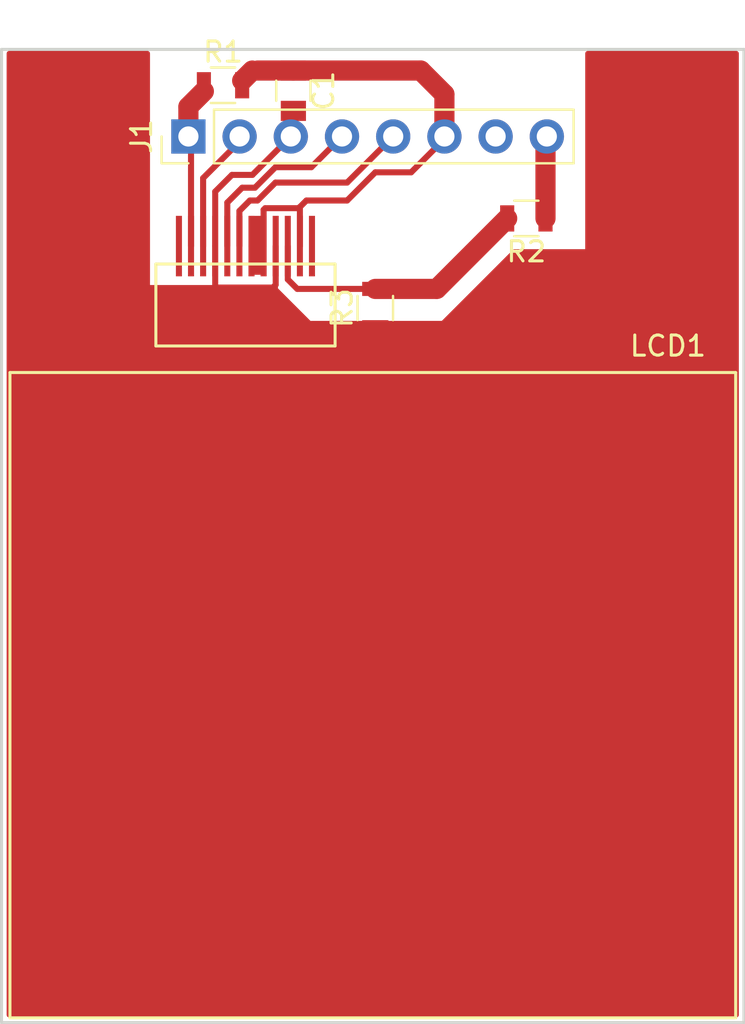
<source format=kicad_pcb>
(kicad_pcb (version 4) (host pcbnew 4.0.7)

  (general
    (links 17)
    (no_connects 0)
    (area 14.910999 12.624999 51.891001 61.035001)
    (thickness 1.6)
    (drawings 4)
    (tracks 63)
    (zones 0)
    (modules 6)
    (nets 12)
  )

  (page A4)
  (title_block
    (title "Nokia 1202 Breakout Board")
    (date 2017-12-23)
    (company GPLv3+)
    (comment 2 "White Fossa aka Artyom Vetrov")
  )

  (layers
    (0 F.Cu signal)
    (31 B.Cu signal)
    (32 B.Adhes user)
    (33 F.Adhes user)
    (34 B.Paste user)
    (35 F.Paste user)
    (36 B.SilkS user)
    (37 F.SilkS user)
    (38 B.Mask user)
    (39 F.Mask user)
    (40 Dwgs.User user)
    (41 Cmts.User user)
    (42 Eco1.User user)
    (43 Eco2.User user)
    (44 Edge.Cuts user)
    (45 Margin user)
    (46 B.CrtYd user)
    (47 F.CrtYd user)
    (48 B.Fab user)
    (49 F.Fab user)
  )

  (setup
    (last_trace_width 1)
    (user_trace_width 0.3)
    (user_trace_width 0.4)
    (user_trace_width 0.5)
    (user_trace_width 0.6)
    (user_trace_width 0.7)
    (user_trace_width 1)
    (user_trace_width 1.5)
    (user_trace_width 2)
    (trace_clearance 0.2)
    (zone_clearance 0)
    (zone_45_only yes)
    (trace_min 0.2)
    (segment_width 0.2)
    (edge_width 0.15)
    (via_size 0.6)
    (via_drill 0.4)
    (via_min_size 0.4)
    (via_min_drill 0.3)
    (uvia_size 0.3)
    (uvia_drill 0.1)
    (uvias_allowed no)
    (uvia_min_size 0.2)
    (uvia_min_drill 0.1)
    (pcb_text_width 0.3)
    (pcb_text_size 1.5 1.5)
    (mod_edge_width 0.15)
    (mod_text_size 1 1)
    (mod_text_width 0.15)
    (pad_size 1.524 1.524)
    (pad_drill 0.762)
    (pad_to_mask_clearance 0.2)
    (aux_axis_origin 0 0)
    (visible_elements FFFFFF7F)
    (pcbplotparams
      (layerselection 0x00030_80000001)
      (usegerberextensions false)
      (excludeedgelayer true)
      (linewidth 0.100000)
      (plotframeref false)
      (viasonmask false)
      (mode 1)
      (useauxorigin false)
      (hpglpennumber 1)
      (hpglpenspeed 20)
      (hpglpendiameter 15)
      (hpglpenoverlay 2)
      (psnegative false)
      (psa4output false)
      (plotreference true)
      (plotvalue true)
      (plotinvisibletext false)
      (padsonsilk false)
      (subtractmaskfromsilk false)
      (outputformat 1)
      (mirror false)
      (drillshape 1)
      (scaleselection 1)
      (outputdirectory ""))
  )

  (net 0 "")
  (net 1 "Net-(C1-Pad1)")
  (net 2 "Net-(C1-Pad2)")
  (net 3 "Net-(J1-Pad1)")
  (net 4 "Net-(J1-Pad2)")
  (net 5 "Net-(J1-Pad4)")
  (net 6 "Net-(J1-Pad5)")
  (net 7 "Net-(J1-Pad7)")
  (net 8 "Net-(LCD1-Pad1)")
  (net 9 "Net-(LCD1-Pad10)")
  (net 10 "Net-(LCD1-Pad12)")
  (net 11 "Net-(J1-Pad8)")

  (net_class Default "Это класс цепей по умолчанию."
    (clearance 0.2)
    (trace_width 0.25)
    (via_dia 0.6)
    (via_drill 0.4)
    (uvia_dia 0.3)
    (uvia_drill 0.1)
    (add_net "Net-(C1-Pad1)")
    (add_net "Net-(C1-Pad2)")
    (add_net "Net-(J1-Pad1)")
    (add_net "Net-(J1-Pad2)")
    (add_net "Net-(J1-Pad4)")
    (add_net "Net-(J1-Pad5)")
    (add_net "Net-(J1-Pad7)")
    (add_net "Net-(J1-Pad8)")
    (add_net "Net-(LCD1-Pad1)")
    (add_net "Net-(LCD1-Pad10)")
    (add_net "Net-(LCD1-Pad12)")
  )

  (module "fossa library:LCD-Nokia1202" (layer F.Cu) (tedit 5A3E9E2C) (tstamp 5A3EABE9)
    (at 15.4051 23.2156)
    (path /5A3EA4D9)
    (fp_text reference LCD1 (at 32.639 4.191) (layer F.SilkS)
      (effects (font (size 1 1) (thickness 0.15)))
    )
    (fp_text value LCD-Nokia1202 (at 18.923 22.479) (layer F.Fab)
      (effects (font (size 1 1) (thickness 0.15)))
    )
    (fp_line (start 0 5.508) (end 36 5.508) (layer F.SilkS) (width 0.15))
    (fp_line (start 36 5.508) (end 36 37.508) (layer F.SilkS) (width 0.15))
    (fp_line (start 36 37.508) (end 0 37.508) (layer F.SilkS) (width 0.15))
    (fp_line (start 0 37.508) (end 0 5.508) (layer F.SilkS) (width 0.15))
    (fp_line (start 7.238 0.127) (end 16.129 0.127) (layer F.SilkS) (width 0.15))
    (fp_line (start 16.129 0.127) (end 16.129 4.191) (layer F.SilkS) (width 0.15))
    (fp_line (start 16.129 4.191) (end 7.238 4.191) (layer F.SilkS) (width 0.15))
    (fp_line (start 7.238 4.191) (end 7.238 0.127) (layer F.SilkS) (width 0.15))
    (pad 1 smd rect (at 8.382 -0.762) (size 0.3 3) (layers F.Cu F.Paste F.Mask)
      (net 8 "Net-(LCD1-Pad1)"))
    (pad 2 smd rect (at 8.982 -0.762) (size 0.3 3) (layers F.Cu F.Paste F.Mask)
      (net 3 "Net-(J1-Pad1)"))
    (pad 3 smd rect (at 9.582 -0.762) (size 0.3 3) (layers F.Cu F.Paste F.Mask)
      (net 4 "Net-(J1-Pad2)"))
    (pad 4 smd rect (at 10.182 -0.762) (size 0.3 3) (layers F.Cu F.Paste F.Mask)
      (net 2 "Net-(C1-Pad2)"))
    (pad 5 smd rect (at 10.782 -0.762) (size 0.3 3) (layers F.Cu F.Paste F.Mask)
      (net 5 "Net-(J1-Pad4)"))
    (pad 6 smd rect (at 11.382 -0.762) (size 0.3 3) (layers F.Cu F.Paste F.Mask)
      (net 6 "Net-(J1-Pad5)"))
    (pad 7 smd rect (at 11.982 -0.762) (size 0.3 3) (layers F.Cu F.Paste F.Mask)
      (net 1 "Net-(C1-Pad1)"))
    (pad 8 smd rect (at 12.582 -0.762) (size 0.3 3) (layers F.Cu F.Paste F.Mask)
      (net 1 "Net-(C1-Pad1)"))
    (pad 9 smd rect (at 13.182 -0.762) (size 0.3 3) (layers F.Cu F.Paste F.Mask)
      (net 2 "Net-(C1-Pad2)"))
    (pad 10 smd rect (at 13.782 -0.762) (size 0.3 3) (layers F.Cu F.Paste F.Mask)
      (net 9 "Net-(LCD1-Pad10)"))
    (pad 11 smd rect (at 14.382 -0.762) (size 0.3 3) (layers F.Cu F.Paste F.Mask)
      (net 1 "Net-(C1-Pad1)"))
    (pad 12 smd rect (at 14.982 -0.762) (size 0.3 3) (layers F.Cu F.Paste F.Mask)
      (net 10 "Net-(LCD1-Pad12)"))
  )

  (module Capacitors_SMD:C_0805 (layer F.Cu) (tedit 58AA8463) (tstamp 5A3EABCD)
    (at 29.464 14.748 270)
    (descr "Capacitor SMD 0805, reflow soldering, AVX (see smccp.pdf)")
    (tags "capacitor 0805")
    (path /5A3EA9A4)
    (attr smd)
    (fp_text reference C1 (at 0 -1.5 270) (layer F.SilkS)
      (effects (font (size 1 1) (thickness 0.15)))
    )
    (fp_text value 0.1uF (at 0 1.75 270) (layer F.Fab)
      (effects (font (size 1 1) (thickness 0.15)))
    )
    (fp_text user %R (at 0 -1.5 270) (layer F.Fab)
      (effects (font (size 1 1) (thickness 0.15)))
    )
    (fp_line (start -1 0.62) (end -1 -0.62) (layer F.Fab) (width 0.1))
    (fp_line (start 1 0.62) (end -1 0.62) (layer F.Fab) (width 0.1))
    (fp_line (start 1 -0.62) (end 1 0.62) (layer F.Fab) (width 0.1))
    (fp_line (start -1 -0.62) (end 1 -0.62) (layer F.Fab) (width 0.1))
    (fp_line (start 0.5 -0.85) (end -0.5 -0.85) (layer F.SilkS) (width 0.12))
    (fp_line (start -0.5 0.85) (end 0.5 0.85) (layer F.SilkS) (width 0.12))
    (fp_line (start -1.75 -0.88) (end 1.75 -0.88) (layer F.CrtYd) (width 0.05))
    (fp_line (start -1.75 -0.88) (end -1.75 0.87) (layer F.CrtYd) (width 0.05))
    (fp_line (start 1.75 0.87) (end 1.75 -0.88) (layer F.CrtYd) (width 0.05))
    (fp_line (start 1.75 0.87) (end -1.75 0.87) (layer F.CrtYd) (width 0.05))
    (pad 1 smd rect (at -1 0 270) (size 1 1.25) (layers F.Cu F.Paste F.Mask)
      (net 1 "Net-(C1-Pad1)"))
    (pad 2 smd rect (at 1 0 270) (size 1 1.25) (layers F.Cu F.Paste F.Mask)
      (net 2 "Net-(C1-Pad2)"))
    (model Capacitors_SMD.3dshapes/C_0805.wrl
      (at (xyz 0 0 0))
      (scale (xyz 1 1 1))
      (rotate (xyz 0 0 0))
    )
  )

  (module Pin_Headers:Pin_Header_Straight_1x08_Pitch2.54mm (layer F.Cu) (tedit 59650532) (tstamp 5A3EABD9)
    (at 24.257 17.018 90)
    (descr "Through hole straight pin header, 1x08, 2.54mm pitch, single row")
    (tags "Through hole pin header THT 1x08 2.54mm single row")
    (path /5A3EA674)
    (fp_text reference J1 (at 0 -2.33 90) (layer F.SilkS)
      (effects (font (size 1 1) (thickness 0.15)))
    )
    (fp_text value Conn_01x08_Male (at 0 20.11 90) (layer F.Fab)
      (effects (font (size 1 1) (thickness 0.15)))
    )
    (fp_line (start -0.635 -1.27) (end 1.27 -1.27) (layer F.Fab) (width 0.1))
    (fp_line (start 1.27 -1.27) (end 1.27 19.05) (layer F.Fab) (width 0.1))
    (fp_line (start 1.27 19.05) (end -1.27 19.05) (layer F.Fab) (width 0.1))
    (fp_line (start -1.27 19.05) (end -1.27 -0.635) (layer F.Fab) (width 0.1))
    (fp_line (start -1.27 -0.635) (end -0.635 -1.27) (layer F.Fab) (width 0.1))
    (fp_line (start -1.33 19.11) (end 1.33 19.11) (layer F.SilkS) (width 0.12))
    (fp_line (start -1.33 1.27) (end -1.33 19.11) (layer F.SilkS) (width 0.12))
    (fp_line (start 1.33 1.27) (end 1.33 19.11) (layer F.SilkS) (width 0.12))
    (fp_line (start -1.33 1.27) (end 1.33 1.27) (layer F.SilkS) (width 0.12))
    (fp_line (start -1.33 0) (end -1.33 -1.33) (layer F.SilkS) (width 0.12))
    (fp_line (start -1.33 -1.33) (end 0 -1.33) (layer F.SilkS) (width 0.12))
    (fp_line (start -1.8 -1.8) (end -1.8 19.55) (layer F.CrtYd) (width 0.05))
    (fp_line (start -1.8 19.55) (end 1.8 19.55) (layer F.CrtYd) (width 0.05))
    (fp_line (start 1.8 19.55) (end 1.8 -1.8) (layer F.CrtYd) (width 0.05))
    (fp_line (start 1.8 -1.8) (end -1.8 -1.8) (layer F.CrtYd) (width 0.05))
    (fp_text user %R (at 0 8.89 180) (layer F.Fab)
      (effects (font (size 1 1) (thickness 0.15)))
    )
    (pad 1 thru_hole rect (at 0 0 90) (size 1.7 1.7) (drill 1) (layers *.Cu *.Mask)
      (net 3 "Net-(J1-Pad1)"))
    (pad 2 thru_hole oval (at 0 2.54 90) (size 1.7 1.7) (drill 1) (layers *.Cu *.Mask)
      (net 4 "Net-(J1-Pad2)"))
    (pad 3 thru_hole oval (at 0 5.08 90) (size 1.7 1.7) (drill 1) (layers *.Cu *.Mask)
      (net 2 "Net-(C1-Pad2)"))
    (pad 4 thru_hole oval (at 0 7.62 90) (size 1.7 1.7) (drill 1) (layers *.Cu *.Mask)
      (net 5 "Net-(J1-Pad4)"))
    (pad 5 thru_hole oval (at 0 10.16 90) (size 1.7 1.7) (drill 1) (layers *.Cu *.Mask)
      (net 6 "Net-(J1-Pad5)"))
    (pad 6 thru_hole oval (at 0 12.7 90) (size 1.7 1.7) (drill 1) (layers *.Cu *.Mask)
      (net 1 "Net-(C1-Pad1)"))
    (pad 7 thru_hole oval (at 0 15.24 90) (size 1.7 1.7) (drill 1) (layers *.Cu *.Mask)
      (net 7 "Net-(J1-Pad7)"))
    (pad 8 thru_hole oval (at 0 17.78 90) (size 1.7 1.7) (drill 1) (layers *.Cu *.Mask)
      (net 11 "Net-(J1-Pad8)"))
    (model ${KISYS3DMOD}/Pin_Headers.3dshapes/Pin_Header_Straight_1x08_Pitch2.54mm.wrl
      (at (xyz 0 0 0))
      (scale (xyz 1 1 1))
      (rotate (xyz 0 0 0))
    )
  )

  (module Resistors_SMD:R_0805 (layer F.Cu) (tedit 58E0A804) (tstamp 5A3EABEF)
    (at 25.974 14.478)
    (descr "Resistor SMD 0805, reflow soldering, Vishay (see dcrcw.pdf)")
    (tags "resistor 0805")
    (path /5A3EAD49)
    (attr smd)
    (fp_text reference R1 (at 0 -1.65) (layer F.SilkS)
      (effects (font (size 1 1) (thickness 0.15)))
    )
    (fp_text value 0 (at 0 1.75) (layer F.Fab)
      (effects (font (size 1 1) (thickness 0.15)))
    )
    (fp_text user %R (at 0 0) (layer F.Fab)
      (effects (font (size 0.5 0.5) (thickness 0.075)))
    )
    (fp_line (start -1 0.62) (end -1 -0.62) (layer F.Fab) (width 0.1))
    (fp_line (start 1 0.62) (end -1 0.62) (layer F.Fab) (width 0.1))
    (fp_line (start 1 -0.62) (end 1 0.62) (layer F.Fab) (width 0.1))
    (fp_line (start -1 -0.62) (end 1 -0.62) (layer F.Fab) (width 0.1))
    (fp_line (start 0.6 0.88) (end -0.6 0.88) (layer F.SilkS) (width 0.12))
    (fp_line (start -0.6 -0.88) (end 0.6 -0.88) (layer F.SilkS) (width 0.12))
    (fp_line (start -1.55 -0.9) (end 1.55 -0.9) (layer F.CrtYd) (width 0.05))
    (fp_line (start -1.55 -0.9) (end -1.55 0.9) (layer F.CrtYd) (width 0.05))
    (fp_line (start 1.55 0.9) (end 1.55 -0.9) (layer F.CrtYd) (width 0.05))
    (fp_line (start 1.55 0.9) (end -1.55 0.9) (layer F.CrtYd) (width 0.05))
    (pad 1 smd rect (at -0.95 0) (size 0.7 1.3) (layers F.Cu F.Paste F.Mask)
      (net 3 "Net-(J1-Pad1)"))
    (pad 2 smd rect (at 0.95 0) (size 0.7 1.3) (layers F.Cu F.Paste F.Mask)
      (net 1 "Net-(C1-Pad1)"))
    (model ${KISYS3DMOD}/Resistors_SMD.3dshapes/R_0805.wrl
      (at (xyz 0 0 0))
      (scale (xyz 1 1 1))
      (rotate (xyz 0 0 0))
    )
  )

  (module Resistors_SMD:R_0805 (layer F.Cu) (tedit 58E0A804) (tstamp 5A3EABF5)
    (at 41.021 21.082 180)
    (descr "Resistor SMD 0805, reflow soldering, Vishay (see dcrcw.pdf)")
    (tags "resistor 0805")
    (path /5A3EAC6E)
    (attr smd)
    (fp_text reference R2 (at 0 -1.65 180) (layer F.SilkS)
      (effects (font (size 1 1) (thickness 0.15)))
    )
    (fp_text value 0 (at 0 1.75 180) (layer F.Fab)
      (effects (font (size 1 1) (thickness 0.15)))
    )
    (fp_text user %R (at 0 0 180) (layer F.Fab)
      (effects (font (size 0.5 0.5) (thickness 0.075)))
    )
    (fp_line (start -1 0.62) (end -1 -0.62) (layer F.Fab) (width 0.1))
    (fp_line (start 1 0.62) (end -1 0.62) (layer F.Fab) (width 0.1))
    (fp_line (start 1 -0.62) (end 1 0.62) (layer F.Fab) (width 0.1))
    (fp_line (start -1 -0.62) (end 1 -0.62) (layer F.Fab) (width 0.1))
    (fp_line (start 0.6 0.88) (end -0.6 0.88) (layer F.SilkS) (width 0.12))
    (fp_line (start -0.6 -0.88) (end 0.6 -0.88) (layer F.SilkS) (width 0.12))
    (fp_line (start -1.55 -0.9) (end 1.55 -0.9) (layer F.CrtYd) (width 0.05))
    (fp_line (start -1.55 -0.9) (end -1.55 0.9) (layer F.CrtYd) (width 0.05))
    (fp_line (start 1.55 0.9) (end 1.55 -0.9) (layer F.CrtYd) (width 0.05))
    (fp_line (start 1.55 0.9) (end -1.55 0.9) (layer F.CrtYd) (width 0.05))
    (pad 1 smd rect (at -0.95 0 180) (size 0.7 1.3) (layers F.Cu F.Paste F.Mask)
      (net 11 "Net-(J1-Pad8)"))
    (pad 2 smd rect (at 0.95 0 180) (size 0.7 1.3) (layers F.Cu F.Paste F.Mask)
      (net 9 "Net-(LCD1-Pad10)"))
    (model ${KISYS3DMOD}/Resistors_SMD.3dshapes/R_0805.wrl
      (at (xyz 0 0 0))
      (scale (xyz 1 1 1))
      (rotate (xyz 0 0 0))
    )
  )

  (module Resistors_SMD:R_0805 (layer F.Cu) (tedit 58E0A804) (tstamp 5A3EABFB)
    (at 33.528 25.527 90)
    (descr "Resistor SMD 0805, reflow soldering, Vishay (see dcrcw.pdf)")
    (tags "resistor 0805")
    (path /5A3EAA70)
    (attr smd)
    (fp_text reference R3 (at 0 -1.65 90) (layer F.SilkS)
      (effects (font (size 1 1) (thickness 0.15)))
    )
    (fp_text value 100 (at 0 1.75 90) (layer F.Fab)
      (effects (font (size 1 1) (thickness 0.15)))
    )
    (fp_text user %R (at 0 0 90) (layer F.Fab)
      (effects (font (size 0.5 0.5) (thickness 0.075)))
    )
    (fp_line (start -1 0.62) (end -1 -0.62) (layer F.Fab) (width 0.1))
    (fp_line (start 1 0.62) (end -1 0.62) (layer F.Fab) (width 0.1))
    (fp_line (start 1 -0.62) (end 1 0.62) (layer F.Fab) (width 0.1))
    (fp_line (start -1 -0.62) (end 1 -0.62) (layer F.Fab) (width 0.1))
    (fp_line (start 0.6 0.88) (end -0.6 0.88) (layer F.SilkS) (width 0.12))
    (fp_line (start -0.6 -0.88) (end 0.6 -0.88) (layer F.SilkS) (width 0.12))
    (fp_line (start -1.55 -0.9) (end 1.55 -0.9) (layer F.CrtYd) (width 0.05))
    (fp_line (start -1.55 -0.9) (end -1.55 0.9) (layer F.CrtYd) (width 0.05))
    (fp_line (start 1.55 0.9) (end 1.55 -0.9) (layer F.CrtYd) (width 0.05))
    (fp_line (start 1.55 0.9) (end -1.55 0.9) (layer F.CrtYd) (width 0.05))
    (pad 1 smd rect (at -0.95 0 90) (size 0.7 1.3) (layers F.Cu F.Paste F.Mask)
      (net 2 "Net-(C1-Pad2)"))
    (pad 2 smd rect (at 0.95 0 90) (size 0.7 1.3) (layers F.Cu F.Paste F.Mask)
      (net 9 "Net-(LCD1-Pad10)"))
    (model ${KISYS3DMOD}/Resistors_SMD.3dshapes/R_0805.wrl
      (at (xyz 0 0 0))
      (scale (xyz 1 1 1))
      (rotate (xyz 0 0 0))
    )
  )

  (gr_line (start 51.816 60.96) (end 14.986 60.96) (angle 90) (layer Edge.Cuts) (width 0.15))
  (gr_line (start 14.986 12.7) (end 14.986 60.96) (angle 90) (layer Edge.Cuts) (width 0.15))
  (gr_line (start 51.816 12.7) (end 14.986 12.7) (angle 90) (layer Edge.Cuts) (width 0.15))
  (gr_line (start 51.816 60.96) (end 51.816 12.7) (angle 90) (layer Edge.Cuts) (width 0.15))

  (segment (start 35.782 13.748) (end 36.957 14.923) (width 1) (layer F.Cu) (net 1))
  (segment (start 36.957 14.923) (end 36.957 17.018) (width 1) (layer F.Cu) (net 1))
  (segment (start 29.464 13.748) (end 35.782 13.748) (width 1) (layer F.Cu) (net 1))
  (segment (start 26.924 14.478) (end 26.924 14.25) (width 0.25) (layer F.Cu) (net 1))
  (segment (start 26.924 14.25) (end 27.426 13.748) (width 1) (layer F.Cu) (net 1))
  (segment (start 27.686 13.748) (end 29.464 13.748) (width 1) (layer F.Cu) (net 1))
  (segment (start 27.426 13.748) (end 27.686 13.748) (width 0.25) (layer F.Cu) (net 1))
  (segment (start 36.957 17.018) (end 36.957 17.145) (width 0.25) (layer F.Cu) (net 1))
  (segment (start 36.957 17.145) (end 35.306 18.796) (width 0.3) (layer F.Cu) (net 1) (tstamp 5A3EB307))
  (segment (start 35.306 18.796) (end 33.528 18.796) (width 0.3) (layer F.Cu) (net 1) (tstamp 5A3EB30B))
  (segment (start 33.528 18.796) (end 32.131 20.193) (width 0.3) (layer F.Cu) (net 1) (tstamp 5A3EB30C))
  (segment (start 32.131 20.193) (end 30.1102 20.193) (width 0.3) (layer F.Cu) (net 1) (tstamp 5A3EB311))
  (segment (start 30.1102 20.193) (end 29.7871 20.5161) (width 0.3) (layer F.Cu) (net 1) (tstamp 5A3EB317))
  (segment (start 29.7871 22.4536) (end 29.7871 20.5161) (width 0.3) (layer F.Cu) (net 1))
  (segment (start 27.9871 20.6539) (end 27.9871 22.4536) (width 0.3) (layer F.Cu) (net 1) (tstamp 5A3EB006))
  (segment (start 29.7871 20.5161) (end 29.7292 20.574) (width 0.3) (layer F.Cu) (net 1) (tstamp 5A3EAFFE))
  (segment (start 29.7292 20.574) (end 28.067 20.574) (width 0.3) (layer F.Cu) (net 1) (tstamp 5A3EAFFF))
  (segment (start 28.067 20.574) (end 27.9871 20.6539) (width 0.3) (layer F.Cu) (net 1) (tstamp 5A3EB002))
  (segment (start 27.3871 22.4536) (end 27.9871 22.4536) (width 0.3) (layer F.Cu) (net 1))
  (segment (start 29.337 17.018) (end 29.337 15.875) (width 0.25) (layer F.Cu) (net 2))
  (segment (start 29.337 15.875) (end 29.464 15.748) (width 0.25) (layer F.Cu) (net 2))
  (segment (start 28.448 24.511) (end 30.353 26.416) (width 0.3) (layer F.Cu) (net 2))
  (segment (start 30.353 26.416) (end 33.467 26.416) (width 0.3) (layer F.Cu) (net 2) (tstamp 5A3EB630))
  (segment (start 33.467 26.416) (end 33.528 26.477) (width 0.25) (layer F.Cu) (net 2) (tstamp 5A3EB638))
  (segment (start 25.5871 22.4536) (end 25.5871 19.7519) (width 0.3) (layer F.Cu) (net 2))
  (segment (start 27.432 18.923) (end 29.337 17.018) (width 0.3) (layer F.Cu) (net 2) (tstamp 5A3EB280))
  (segment (start 26.416 18.923) (end 27.432 18.923) (width 0.3) (layer F.Cu) (net 2) (tstamp 5A3EB27E))
  (segment (start 25.5871 19.7519) (end 26.416 18.923) (width 0.3) (layer F.Cu) (net 2) (tstamp 5A3EB27A))
  (segment (start 25.5871 22.4536) (end 25.5871 24.4441) (width 0.3) (layer F.Cu) (net 2))
  (segment (start 25.5871 24.4441) (end 25.654 24.511) (width 0.3) (layer F.Cu) (net 2) (tstamp 5A3EAFBD))
  (segment (start 25.654 24.511) (end 28.448 24.511) (width 0.3) (layer F.Cu) (net 2) (tstamp 5A3EAFC3))
  (segment (start 28.5871 24.3719) (end 28.5871 22.4536) (width 0.3) (layer F.Cu) (net 2) (tstamp 5A3EAFCB))
  (segment (start 28.448 24.511) (end 28.5871 24.3719) (width 0.3) (layer F.Cu) (net 2) (tstamp 5A3EAFC7))
  (segment (start 24.257 17.018) (end 24.257 15.545) (width 1) (layer F.Cu) (net 3))
  (segment (start 24.257 15.545) (end 25.024 14.778) (width 1) (layer F.Cu) (net 3))
  (segment (start 25.024 14.778) (end 25.024 14.478) (width 0.25) (layer F.Cu) (net 3))
  (segment (start 24.3871 22.4536) (end 24.3871 17.1481) (width 0.3) (layer F.Cu) (net 3))
  (segment (start 24.3871 17.1481) (end 24.257 17.018) (width 0.25) (layer F.Cu) (net 3) (tstamp 5A3EB26F))
  (segment (start 24.9871 22.4536) (end 24.9871 19.0819) (width 0.3) (layer F.Cu) (net 4))
  (segment (start 24.9871 19.0819) (end 26.797 17.272) (width 0.3) (layer F.Cu) (net 4) (tstamp 5A3EB273))
  (segment (start 26.797 17.272) (end 26.797 17.018) (width 0.25) (layer F.Cu) (net 4) (tstamp 5A3EB275))
  (segment (start 26.1871 22.4536) (end 26.1871 20.2949) (width 0.3) (layer F.Cu) (net 5))
  (segment (start 26.1871 20.2949) (end 26.924 19.558) (width 0.3) (layer F.Cu) (net 5) (tstamp 5A3EB2B7))
  (segment (start 26.924 19.558) (end 27.559 19.558) (width 0.3) (layer F.Cu) (net 5) (tstamp 5A3EB2BA))
  (segment (start 27.559 19.558) (end 28.575 18.542) (width 0.3) (layer F.Cu) (net 5) (tstamp 5A3EB2BE))
  (segment (start 28.575 18.542) (end 30.353 18.542) (width 0.3) (layer F.Cu) (net 5) (tstamp 5A3EB2C1))
  (segment (start 30.353 18.542) (end 31.877 17.018) (width 0.3) (layer F.Cu) (net 5) (tstamp 5A3EB2C5))
  (segment (start 26.7871 22.4536) (end 26.7871 20.7109) (width 0.3) (layer F.Cu) (net 6))
  (segment (start 26.7871 20.7109) (end 27.305 20.193) (width 0.3) (layer F.Cu) (net 6) (tstamp 5A3EB2C9))
  (segment (start 27.305 20.193) (end 27.686 20.193) (width 0.3) (layer F.Cu) (net 6) (tstamp 5A3EB2CF))
  (segment (start 27.686 20.193) (end 28.575 19.304) (width 0.3) (layer F.Cu) (net 6) (tstamp 5A3EB2D2))
  (segment (start 28.575 19.304) (end 32.131 19.304) (width 0.3) (layer F.Cu) (net 6) (tstamp 5A3EB2D6))
  (segment (start 32.131 19.304) (end 34.417 17.018) (width 0.3) (layer F.Cu) (net 6) (tstamp 5A3EB2DA))
  (segment (start 34.2801 17.1549) (end 34.417 17.018) (width 0.25) (layer F.Cu) (net 6) (tstamp 5A3EB15C))
  (segment (start 33.528 24.577) (end 36.576 24.577) (width 1) (layer F.Cu) (net 9))
  (segment (start 36.576 24.577) (end 40.071 21.082) (width 1) (layer F.Cu) (net 9) (tstamp 5A3EB7EC))
  (segment (start 36.576 24.577) (end 40.071 21.082) (width 0.25) (layer F.Cu) (net 9) (tstamp 5A3EB668))
  (segment (start 29.1871 22.4536) (end 29.1871 24.1071) (width 0.3) (layer F.Cu) (net 9))
  (segment (start 29.1871 24.1071) (end 29.657 24.577) (width 0.3) (layer F.Cu) (net 9) (tstamp 5A3EB63B))
  (segment (start 29.657 24.577) (end 33.528 24.577) (width 0.3) (layer F.Cu) (net 9) (tstamp 5A3EB63E))
  (segment (start 41.971 21.082) (end 41.971 17.084) (width 1) (layer F.Cu) (net 11))
  (segment (start 41.971 17.084) (end 42.037 17.018) (width 1) (layer F.Cu) (net 11) (tstamp 5A3EB7E6))
  (segment (start 41.971 17.084) (end 42.037 17.018) (width 0.25) (layer F.Cu) (net 11) (tstamp 5A3EB3BC))

  (zone (net 1) (net_name "Net-(C1-Pad1)") (layer F.Cu) (tstamp 5A3EBB34) (hatch edge 0.508)
    (connect_pads yes (clearance 0))
    (min_thickness 0.1)
    (fill yes (arc_segments 16) (thermal_gap 0.508) (thermal_bridge_width 0.508))
    (polygon
      (pts
        (xy 27.305 20.955) (xy 28.067 20.955) (xy 28.067 23.876) (xy 27.305 23.876)
      )
    )
    (filled_polygon
      (pts
        (xy 28.017 23.826) (xy 27.355 23.826) (xy 27.355 21.005) (xy 28.017 21.005)
      )
    )
  )
  (zone (net 2) (net_name "Net-(C1-Pad2)") (layer F.Cu) (tstamp 5A3EBD32) (hatch edge 0.508)
    (connect_pads yes (clearance 0))
    (min_thickness 0.254)
    (fill yes (arc_segments 16) (thermal_gap 0.508) (thermal_bridge_width 0.508))
    (polygon
      (pts
        (xy 22.352 24.384) (xy 28.702 24.384) (xy 28.702 24.638) (xy 30.226 26.162) (xy 36.83 26.162)
        (xy 40.386 22.606) (xy 43.942 22.606) (xy 43.942 12.7) (xy 51.562 12.7) (xy 51.562 60.706)
        (xy 15.24 60.706) (xy 15.24 12.7) (xy 22.352 12.7)
      )
    )
    (filled_polygon
      (pts
        (xy 22.225 24.384) (xy 22.235006 24.43341) (xy 22.263447 24.475035) (xy 22.305841 24.502315) (xy 22.352 24.511)
        (xy 28.575 24.511) (xy 28.575 24.638) (xy 28.585006 24.68741) (xy 28.612197 24.727803) (xy 30.136197 26.251803)
        (xy 30.178211 26.279666) (xy 30.226 26.289) (xy 36.83 26.289) (xy 36.87941 26.278994) (xy 36.919803 26.251803)
        (xy 40.438606 22.733) (xy 43.942 22.733) (xy 43.99141 22.722994) (xy 44.033035 22.694553) (xy 44.060315 22.652159)
        (xy 44.069 22.606) (xy 44.069 12.902) (xy 51.435 12.902) (xy 51.435 60.579) (xy 15.367 60.579)
        (xy 15.367 12.902) (xy 22.225 12.902)
      )
    )
  )
)

</source>
